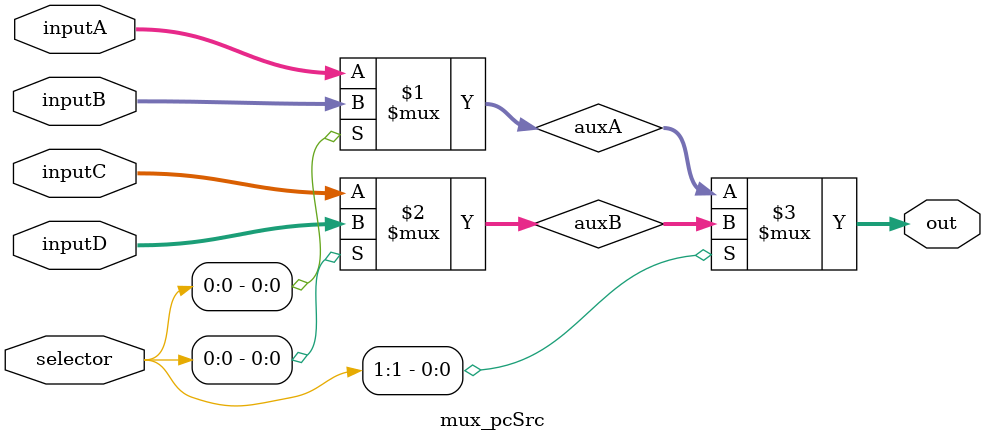
<source format=v>
module mux_pcSrc(
	input wire [1:0] selector,
	input wire [31:0] inputA,
	input wire [31:0] inputB,
	input wire [31:0] inputC,
	input wire [31:0] inputD,
	output wire [31:0] out);
	
wire [31:0] auxA;
wire [31:0] auxB;

assign auxA = (selector[0]) ? inputB : inputA;
assign auxB = (selector[0]) ? inputD : inputC;
assign out = (selector[1]) ? auxB : auxA;

endmodule
</source>
